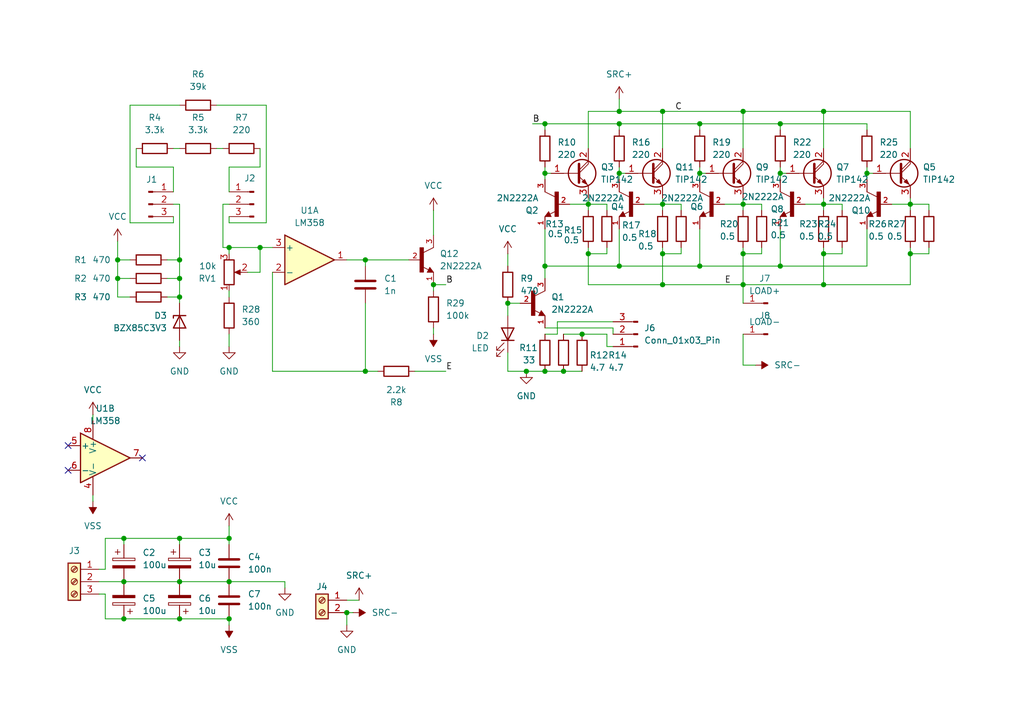
<source format=kicad_sch>
(kicad_sch (version 20250114) (generator "eeschema") (generator_version "9.0")
  (paper "A5")
  (title_block (title "Prueba Placa de Potencia") (date "2025-10-14") (rev "V1"))
  (lib_symbols
    (symbol "2N2222A:2N2222A" (pin_names (offset 1.016))
      (property "Reference" "Q" (at -10.16 7.62 0))
      (property "Value" "2N2222A" (at -10.16 -7.62 0))
      (symbol "2N2222A_0_0"
        (pin passive line (at -2.54 0 0) (length 2.54) (name "~") (number "2"))
        (pin passive line (at 2.54 5.08 270) (length 2.54) (name "~") (number "3"))
        (pin passive line (at 2.54 -5.08 90) (length 2.54) (name "~") (number "1"))
      )
    )
    (symbol "Amplifier_Operational:LM358" (pin_names (offset 0.127))
      (property "Reference" "U" (at 0 5.08 0))
      (property "Value" "LM358" (at 0 -5.08 0))
      (symbol "LM358_1_1"
        (pin input line (at -7.62 2.54 0) (length 2.54) (name "+") (number "3"))
        (pin input line (at -7.62 -2.54 0) (length 2.54) (name "-") (number "2"))
        (pin output line (at 7.62 0 180) (length 2.54) (name "~") (number "1"))
      )
      (symbol "LM358_2_1"
        (pin input line (at -7.62 2.54 0) (length 2.54) (name "+") (number "5"))
        (pin input line (at -7.62 -2.54 0) (length 2.54) (name "-") (number "6"))
        (pin output line (at 7.62 0 180) (length 2.54) (name "~") (number "7"))
      )
      (symbol "LM358_3_1"
        (pin power_in line (at -2.54 7.62 270) (length 3.81) (name "V+") (number "8"))
        (pin power_in line (at -2.54 -7.62 90) (length 3.81) (name "V-") (number "4"))
      )
    )
    (symbol "Connector:Conn_01x01_Pin" (pin_names (offset 1.016) (hide yes))
      (property "Reference" "J" (at 0 2.54 0))
      (property "Value" "Conn_01x01_Pin" (at 0 -2.54 0))
      (symbol "Conn_01x01_Pin_1_1"
        (pin passive line (at 5.08 0 180) (length 3.81) (name "Pin_1") (number "1"))
      )
    )
    (symbol "Connector:Conn_01x03_Pin" (pin_names (offset 1.016) (hide yes))
      (property "Reference" "J" (at 0 5.08 0))
      (property "Value" "Conn_01x03_Pin" (at 0 -5.08 0))
      (symbol "Conn_01x03_Pin_1_1"
        (pin passive line (at 5.08 2.54 180) (length 3.81) (name "Pin_1") (number "1"))
        (pin passive line (at 5.08 0 180) (length 3.81) (name "Pin_2") (number "2"))
        (pin passive line (at 5.08 -2.54 180) (length 3.81) (name "Pin_3") (number "3"))
      )
    )
    (symbol "Connector:Screw_Terminal_01x02" (pin_names (offset 1.016) (hide yes))
      (property "Reference" "J" (at 0 2.54 0))
      (property "Value" "Screw_Terminal_01x02" (at 0 -5.08 0))
      (symbol "Screw_Terminal_01x02_1_1"
        (pin passive line (at -5.08 0 0) (length 3.81) (name "Pin_1") (number "1"))
        (pin passive line (at -5.08 -2.54 0) (length 3.81) (name "Pin_2") (number "2"))
      )
    )
    (symbol "Connector:Screw_Terminal_01x03" (pin_names (offset 1.016) (hide yes))
      (property "Reference" "J" (at 0 5.08 0))
      (property "Value" "Screw_Terminal_01x03" (at 0 -5.08 0))
      (symbol "Screw_Terminal_01x03_1_1"
        (pin passive line (at -5.08 2.54 0) (length 3.81) (name "Pin_1") (number "1"))
        (pin passive line (at -5.08 0 0) (length 3.81) (name "Pin_2") (number "2"))
        (pin passive line (at -5.08 -2.54 0) (length 3.81) (name "Pin_3") (number "3"))
      )
    )
    (symbol "Device:C" (pin_numbers (hide yes)) (pin_names (offset 0.254))
      (property "Reference" "C" (at 0.635 2.54 0))
      (property "Value" "C" (at 0.635 -2.54 0))
      (symbol "C_1_1"
        (pin passive line (at 0 3.81 270) (length 2.794) (name "~") (number "1"))
        (pin passive line (at 0 -3.81 90) (length 2.794) (name "~") (number "2"))
      )
    )
    (symbol "Device:C_Polarized" (pin_numbers (hide yes)) (pin_names (offset 0.254))
      (property "Reference" "C" (at 0.635 2.54 0))
      (property "Value" "C_Polarized" (at 0.635 -2.54 0))
      (symbol "C_Polarized_1_1"
        (pin passive line (at 0 3.81 270) (length 2.794) (name "~") (number "1"))
        (pin passive line (at 0 -3.81 90) (length 2.794) (name "~") (number "2"))
      )
    )
    (symbol "Device:D_Zener" (pin_numbers (hide yes)) (pin_names (offset 1.016) (hide yes))
      (property "Reference" "D" (at 0 2.54 0))
      (property "Value" "D_Zener" (at 0 -2.54 0))
      (symbol "D_Zener_1_1"
        (pin passive line (at -3.81 0 0) (length 2.54) (name "K") (number "1"))
        (pin passive line (at 3.81 0 180) (length 2.54) (name "A") (number "2"))
      )
    )
    (symbol "Device:LED" (pin_numbers (hide yes)) (pin_names (offset 1.016) (hide yes))
      (property "Reference" "D" (at 0 2.54 0))
      (property "Value" "LED" (at 0 -2.54 0))
      (symbol "LED_1_1"
        (pin passive line (at -3.81 0 0) (length 2.54) (name "K") (number "1"))
        (pin passive line (at 3.81 0 180) (length 2.54) (name "A") (number "2"))
      )
    )
    (symbol "Device:R" (pin_numbers (hide yes)) (pin_names (offset 0))
      (property "Reference" "R" (at 2.032 0 90))
      (property "Value" "R" (at 0 0 90))
      (symbol "R_1_1"
        (pin passive line (at 0 3.81 270) (length 1.27) (name "~") (number "1"))
        (pin passive line (at 0 -3.81 90) (length 1.27) (name "~") (number "2"))
      )
    )
    (symbol "Device:R_Potentiometer" (pin_names (offset 1.016) (hide yes))
      (property "Reference" "RV" (at -4.445 0 90))
      (property "Value" "R_Potentiometer" (at -2.54 0 90))
      (symbol "R_Potentiometer_1_1"
        (pin passive line (at 0 3.81 270) (length 1.27) (name "1") (number "1"))
        (pin passive line (at 0 -3.81 90) (length 1.27) (name "3") (number "3"))
        (pin passive line (at 3.81 0 180) (length 1.27) (name "2") (number "2"))
      )
    )
    (symbol "Transistor_BJT:Q_NPN_Darlington_BCE" (pin_names (offset 0) (hide yes))
      (property "Reference" "Q" (at 4.572 1.27 0))
      (property "Value" "Q_NPN_Darlington_BCE" (at 4.572 -1.27 0))
      (symbol "Q_NPN_Darlington_BCE_1_1"
        (pin input line (at -5.08 0 0) (length 2.54) (name "B") (number "1"))
        (pin passive line (at 2.54 5.08 270) (length 2.54) (name "C") (number "2"))
        (pin passive line (at 2.54 -5.08 90) (length 2.54) (name "E") (number "3"))
      )
    )
    (symbol "power:GND" (power) (pin_numbers (hide yes)) (pin_names (offset 0) (hide yes))
      (property "Value" "GND" (at 0 -3.81 0))
      (symbol "GND_1_1"
        (pin power_in line (at 0 0 270) (length 0) (name "~") (number "1"))
      )
    )
    (symbol "power:PRI_HI" (power) (pin_numbers (hide yes)) (pin_names (offset 0) (hide yes))
      (property "Value" "PRI_HI" (at 0 3.556 0))
      (symbol "PRI_HI_1_1"
        (pin power_in line (at 0 0 90) (length 0) (name "~") (number "1"))
      )
    )
    (symbol "power:PRI_LO" (power) (pin_numbers (hide yes)) (pin_names (offset 0) (hide yes))
      (property "Value" "PRI_LO" (at 0 3.556 0))
      (symbol "PRI_LO_1_1"
        (pin power_in line (at 0 0 90) (length 0) (name "~") (number "1"))
      )
    )
    (symbol "power:VCC" (power) (pin_numbers (hide yes)) (pin_names (offset 0) (hide yes))
      (property "Value" "VCC" (at 0 3.556 0))
      (symbol "VCC_1_1"
        (pin power_in line (at 0 0 90) (length 0) (name "~") (number "1"))
      )
    )
    (symbol "power:VSS" (power) (pin_numbers (hide yes)) (pin_names (offset 0) (hide yes))
      (property "Value" "VSS" (at 0 3.556 0))
      (symbol "VSS_1_1"
        (pin power_in line (at 0 0 90) (length 0) (name "~") (number "1"))
      )
    )
  )
  (junction (at 120.65 52.07))
  (junction (at 143.51 25.4))
  (junction (at 168.91 58.42))
  (junction (at 24.13 53.34))
  (junction (at 53.34 50.8))
  (junction (at 135.89 52.07))
  (junction (at 36.83 53.34))
  (junction (at 36.83 110.49))
  (junction (at 36.83 57.15))
  (junction (at 46.99 110.49))
  (junction (at 107.95 76.2))
  (junction (at 152.4 58.42))
  (junction (at 127 25.4))
  (junction (at 168.91 22.86))
  (junction (at 111.76 25.4))
  (junction (at 168.91 41.91))
  (junction (at 152.4 52.07))
  (junction (at 111.76 54.61))
  (junction (at 152.4 22.86))
  (junction (at 160.02 54.61))
  (junction (at 25.4 119.38))
  (junction (at 177.8 35.56))
  (junction (at 152.4 41.91))
  (junction (at 111.76 35.56))
  (junction (at 120.65 41.91))
  (junction (at 88.9 58.42))
  (junction (at 127 22.86))
  (junction (at 186.69 41.91))
  (junction (at 127 35.56))
  (junction (at 143.51 54.61))
  (junction (at 46.99 119.38))
  (junction (at 36.83 127))
  (junction (at 143.51 35.56))
  (junction (at 71.12 125.73))
  (junction (at 74.93 53.34))
  (junction (at 36.83 119.38))
  (junction (at 46.99 127))
  (junction (at 115.57 76.2))
  (junction (at 104.14 62.23))
  (junction (at 168.91 52.07))
  (junction (at 127 54.61))
  (junction (at 119.38 68.58))
  (junction (at 74.93 76.2))
  (junction (at 46.99 50.8))
  (junction (at 25.4 110.49))
  (junction (at 36.83 60.96))
  (junction (at 111.76 76.2))
  (junction (at 160.02 35.56))
  (junction (at 24.13 57.15))
  (junction (at 160.02 25.4))
  (junction (at 135.89 22.86))
  (junction (at 135.89 41.91))
  (junction (at 186.69 52.07))
  (junction (at 135.89 58.42))
  (junction (at 25.4 127))
  (no_connect (at 29.21 93.98))
  (no_connect (at 13.97 96.52))
  (no_connect (at 13.97 91.44))
  (wire (pts (xy 46.99 34.29) (xy 46.99 39.37)))
  (wire (pts (xy 71.12 125.73) (xy 71.12 128.27)))
  (wire (pts (xy 21.59 121.92) (xy 21.59 127)))
  (wire (pts (xy 19.05 101.6) (xy 19.05 102.87)))
  (wire (pts (xy 111.76 54.61) (xy 111.76 57.15)))
  (wire (pts (xy 143.51 46.99) (xy 143.51 54.61)))
  (wire (pts (xy 25.4 119.38) (xy 36.83 119.38)))
  (wire (pts (xy 24.13 53.34) (xy 26.67 53.34)))
  (wire (pts (xy 46.99 127) (xy 36.83 127)))
  (wire (pts (xy 120.65 52.07) (xy 120.65 58.42)))
  (wire (pts (xy 36.83 110.49) (xy 36.83 111.76)))
  (wire (pts (xy 177.8 46.99) (xy 177.8 54.61)))
  (wire (pts (xy 111.76 68.58) (xy 114.3 68.58)))
  (wire (pts (xy 55.88 55.88) (xy 55.88 76.2)))
  (wire (pts (xy 24.13 57.15) (xy 24.13 60.96)))
  (wire (pts (xy 139.7 50.8) (xy 139.7 52.07)))
  (wire (pts (xy 177.8 35.56) (xy 179.07 35.56)))
  (wire (pts (xy 172.72 52.07) (xy 168.91 52.07)))
  (wire (pts (xy 168.91 52.07) (xy 168.91 50.8)))
  (wire (pts (xy 186.69 52.07) (xy 186.69 58.42)))
  (wire (pts (xy 127 35.56) (xy 128.27 35.56)))
  (wire (pts (xy 46.99 50.8) (xy 46.99 52.07)))
  (wire (pts (xy 186.69 41.91) (xy 190.5 41.91)))
  (wire (pts (xy 26.67 21.59) (xy 26.67 45.72)))
  (wire (pts (xy 19.05 85.09) (xy 19.05 86.36)))
  (wire (pts (xy 160.02 34.29) (xy 160.02 35.56)))
  (wire (pts (xy 21.59 116.84) (xy 20.32 116.84)))
  (wire (pts (xy 54.61 21.59) (xy 54.61 45.72)))
  (wire (pts (xy 186.69 22.86) (xy 186.69 30.48)))
  (wire (pts (xy 120.65 41.91) (xy 124.46 41.91)))
  (wire (pts (xy 124.46 71.12) (xy 125.73 71.12)))
  (wire (pts (xy 25.4 110.49) (xy 36.83 110.49)))
  (wire (pts (xy 135.89 41.91) (xy 139.7 41.91)))
  (wire (pts (xy 127 25.4) (xy 127 26.67)))
  (wire (pts (xy 74.93 53.34) (xy 74.93 54.61)))
  (wire (pts (xy 152.4 40.64) (xy 152.4 41.91)))
  (wire (pts (xy 36.83 41.91) (xy 35.56 41.91)))
  (wire (pts (xy 186.69 41.91) (xy 186.69 43.18)))
  (wire (pts (xy 160.02 46.99) (xy 160.02 54.61)))
  (wire (pts (xy 46.99 119.38) (xy 58.42 119.38)))
  (wire (pts (xy 127 34.29) (xy 127 35.56)))
  (wire (pts (xy 74.93 76.2) (xy 77.47 76.2)))
  (wire (pts (xy 104.14 72.39) (xy 104.14 76.2)))
  (wire (pts (xy 135.89 40.64) (xy 135.89 41.91)))
  (wire (pts (xy 35.56 39.37) (xy 35.56 34.29)))
  (wire (pts (xy 116.84 41.91) (xy 120.65 41.91)))
  (wire (pts (xy 186.69 52.07) (xy 186.69 50.8)))
  (wire (pts (xy 177.8 35.56) (xy 177.8 36.83)))
  (wire (pts (xy 152.4 52.07) (xy 152.4 50.8)))
  (wire (pts (xy 120.65 52.07) (xy 120.65 50.8)))
  (wire (pts (xy 109.22 25.4) (xy 111.76 25.4)))
  (wire (pts (xy 143.51 54.61) (xy 160.02 54.61)))
  (wire (pts (xy 190.5 41.91) (xy 190.5 43.18)))
  (wire (pts (xy 111.76 46.99) (xy 111.76 54.61)))
  (wire (pts (xy 88.9 68.58) (xy 88.9 67.31)))
  (wire (pts (xy 44.45 21.59) (xy 54.61 21.59)))
  (wire (pts (xy 143.51 35.56) (xy 143.51 36.83)))
  (wire (pts (xy 58.42 119.38) (xy 58.42 120.65)))
  (wire (pts (xy 111.76 35.56) (xy 113.03 35.56)))
  (wire (pts (xy 120.65 22.86) (xy 127 22.86)))
  (wire (pts (xy 111.76 76.2) (xy 115.57 76.2)))
  (wire (pts (xy 111.76 25.4) (xy 111.76 26.67)))
  (wire (pts (xy 156.21 41.91) (xy 156.21 43.18)))
  (wire (pts (xy 27.94 30.48) (xy 27.94 34.29)))
  (wire (pts (xy 53.34 50.8) (xy 55.88 50.8)))
  (wire (pts (xy 135.89 22.86) (xy 135.89 30.48)))
  (wire (pts (xy 21.59 127) (xy 25.4 127)))
  (wire (pts (xy 120.65 40.64) (xy 120.65 41.91)))
  (wire (pts (xy 139.7 41.91) (xy 139.7 43.18)))
  (wire (pts (xy 26.67 45.72) (xy 35.56 45.72)))
  (wire (pts (xy 124.46 50.8) (xy 124.46 52.07)))
  (wire (pts (xy 143.51 34.29) (xy 143.51 35.56)))
  (wire (pts (xy 135.89 41.91) (xy 135.89 43.18)))
  (wire (pts (xy 143.51 25.4) (xy 160.02 25.4)))
  (wire (pts (xy 50.8 55.88) (xy 53.34 55.88)))
  (wire (pts (xy 132.08 41.91) (xy 135.89 41.91)))
  (wire (pts (xy 165.1 41.91) (xy 168.91 41.91)))
  (wire (pts (xy 152.4 22.86) (xy 152.4 30.48)))
  (wire (pts (xy 36.83 21.59) (xy 26.67 21.59)))
  (wire (pts (xy 160.02 25.4) (xy 160.02 26.67)))
  (wire (pts (xy 120.65 22.86) (xy 120.65 30.48)))
  (wire (pts (xy 45.72 50.8) (xy 46.99 50.8)))
  (wire (pts (xy 135.89 22.86) (xy 127 22.86)))
  (wire (pts (xy 104.14 52.07) (xy 104.14 54.61)))
  (wire (pts (xy 177.8 25.4) (xy 177.8 26.67)))
  (wire (pts (xy 107.95 76.2) (xy 104.14 76.2)))
  (wire (pts (xy 35.56 30.48) (xy 36.83 30.48)))
  (wire (pts (xy 46.99 68.58) (xy 46.99 71.12)))
  (wire (pts (xy 115.57 76.2) (xy 119.38 76.2)))
  (wire (pts (xy 74.93 53.34) (xy 71.12 53.34)))
  (wire (pts (xy 127 20.32) (xy 127 22.86)))
  (wire (pts (xy 24.13 49.53) (xy 24.13 53.34)))
  (wire (pts (xy 88.9 58.42) (xy 91.44 58.42)))
  (wire (pts (xy 25.4 110.49) (xy 25.4 111.76)))
  (wire (pts (xy 114.3 66.04) (xy 125.73 66.04)))
  (wire (pts (xy 127 35.56) (xy 127 36.83)))
  (wire (pts (xy 168.91 41.91) (xy 168.91 43.18)))
  (wire (pts (xy 36.83 119.38) (xy 46.99 119.38)))
  (wire (pts (xy 20.32 119.38) (xy 25.4 119.38)))
  (wire (pts (xy 127 25.4) (xy 111.76 25.4)))
  (wire (pts (xy 36.83 69.85) (xy 36.83 71.12)))
  (wire (pts (xy 152.4 58.42) (xy 168.91 58.42)))
  (wire (pts (xy 168.91 40.64) (xy 168.91 41.91)))
  (wire (pts (xy 124.46 41.91) (xy 124.46 43.18)))
  (wire (pts (xy 46.99 107.95) (xy 46.99 110.49)))
  (wire (pts (xy 34.29 60.96) (xy 36.83 60.96)))
  (wire (pts (xy 172.72 50.8) (xy 172.72 52.07)))
  (wire (pts (xy 35.56 45.72) (xy 35.56 44.45)))
  (wire (pts (xy 111.76 35.56) (xy 111.76 36.83)))
  (wire (pts (xy 25.4 127) (xy 36.83 127)))
  (wire (pts (xy 74.93 53.34) (xy 83.82 53.34)))
  (wire (pts (xy 46.99 127) (xy 46.99 128.27)))
  (wire (pts (xy 24.13 57.15) (xy 26.67 57.15)))
  (wire (pts (xy 143.51 35.56) (xy 144.78 35.56)))
  (wire (pts (xy 111.76 34.29) (xy 111.76 35.56)))
  (wire (pts (xy 190.5 52.07) (xy 186.69 52.07)))
  (wire (pts (xy 152.4 22.86) (xy 168.91 22.86)))
  (wire (pts (xy 152.4 52.07) (xy 152.4 58.42)))
  (wire (pts (xy 46.99 110.49) (xy 46.99 111.76)))
  (wire (pts (xy 88.9 59.69) (xy 88.9 58.42)))
  (wire (pts (xy 115.57 68.58) (xy 119.38 68.58)))
  (wire (pts (xy 152.4 58.42) (xy 152.4 62.23)))
  (wire (pts (xy 71.12 125.73) (xy 72.39 125.73)))
  (wire (pts (xy 168.91 22.86) (xy 168.91 30.48)))
  (wire (pts (xy 154.94 74.93) (xy 152.4 74.93)))
  (wire (pts (xy 120.65 41.91) (xy 120.65 43.18)))
  (wire (pts (xy 46.99 50.8) (xy 53.34 50.8)))
  (wire (pts (xy 53.34 30.48) (xy 53.34 34.29)))
  (wire (pts (xy 135.89 58.42) (xy 152.4 58.42)))
  (wire (pts (xy 46.99 59.69) (xy 46.99 60.96)))
  (wire (pts (xy 160.02 35.56) (xy 160.02 36.83)))
  (wire (pts (xy 182.88 41.91) (xy 186.69 41.91)))
  (wire (pts (xy 55.88 76.2) (xy 74.93 76.2)))
  (wire (pts (xy 34.29 57.15) (xy 36.83 57.15)))
  (wire (pts (xy 71.12 123.19) (xy 73.66 123.19)))
  (wire (pts (xy 88.9 43.18) (xy 88.9 48.26)))
  (wire (pts (xy 45.72 41.91) (xy 45.72 50.8)))
  (wire (pts (xy 54.61 45.72) (xy 46.99 45.72)))
  (wire (pts (xy 124.46 68.58) (xy 124.46 71.12)))
  (wire (pts (xy 156.21 52.07) (xy 152.4 52.07)))
  (wire (pts (xy 168.91 41.91) (xy 172.72 41.91)))
  (wire (pts (xy 124.46 52.07) (xy 120.65 52.07)))
  (wire (pts (xy 24.13 53.34) (xy 24.13 57.15)))
  (wire (pts (xy 46.99 110.49) (xy 36.83 110.49)))
  (wire (pts (xy 127 46.99) (xy 127 54.61)))
  (wire (pts (xy 20.32 121.92) (xy 21.59 121.92)))
  (wire (pts (xy 114.3 68.58) (xy 114.3 66.04)))
  (wire (pts (xy 46.99 45.72) (xy 46.99 44.45)))
  (wire (pts (xy 21.59 110.49) (xy 21.59 116.84)))
  (wire (pts (xy 36.83 53.34) (xy 36.83 57.15)))
  (wire (pts (xy 156.21 50.8) (xy 156.21 52.07)))
  (wire (pts (xy 168.91 52.07) (xy 168.91 58.42)))
  (wire (pts (xy 111.76 54.61) (xy 127 54.61)))
  (wire (pts (xy 21.59 110.49) (xy 25.4 110.49)))
  (wire (pts (xy 135.89 22.86) (xy 152.4 22.86)))
  (wire (pts (xy 74.93 62.23) (xy 74.93 76.2)))
  (wire (pts (xy 53.34 55.88) (xy 53.34 50.8)))
  (wire (pts (xy 34.29 53.34) (xy 36.83 53.34)))
  (wire (pts (xy 160.02 35.56) (xy 161.29 35.56)))
  (wire (pts (xy 91.44 76.2) (xy 85.09 76.2)))
  (wire (pts (xy 177.8 34.29) (xy 177.8 35.56)))
  (wire (pts (xy 172.72 41.91) (xy 172.72 43.18)))
  (wire (pts (xy 152.4 41.91) (xy 156.21 41.91)))
  (wire (pts (xy 143.51 25.4) (xy 143.51 26.67)))
  (wire (pts (xy 36.83 57.15) (xy 36.83 60.96)))
  (wire (pts (xy 44.45 30.48) (xy 45.72 30.48)))
  (wire (pts (xy 24.13 60.96) (xy 26.67 60.96)))
  (wire (pts (xy 120.65 58.42) (xy 135.89 58.42)))
  (wire (pts (xy 35.56 34.29) (xy 27.94 34.29)))
  (wire (pts (xy 143.51 25.4) (xy 127 25.4)))
  (wire (pts (xy 143.51 54.61) (xy 127 54.61)))
  (wire (pts (xy 36.83 60.96) (xy 36.83 62.23)))
  (wire (pts (xy 186.69 40.64) (xy 186.69 41.91)))
  (wire (pts (xy 152.4 41.91) (xy 152.4 43.18)))
  (wire (pts (xy 148.59 41.91) (xy 152.4 41.91)))
  (wire (pts (xy 104.14 62.23) (xy 104.14 64.77)))
  (wire (pts (xy 168.91 22.86) (xy 186.69 22.86)))
  (wire (pts (xy 160.02 54.61) (xy 177.8 54.61)))
  (wire (pts (xy 160.02 25.4) (xy 177.8 25.4)))
  (wire (pts (xy 111.76 67.31) (xy 125.73 67.31)))
  (wire (pts (xy 36.83 41.91) (xy 36.83 53.34)))
  (wire (pts (xy 139.7 52.07) (xy 135.89 52.07)))
  (wire (pts (xy 45.72 41.91) (xy 46.99 41.91)))
  (wire (pts (xy 135.89 52.07) (xy 135.89 58.42)))
  (wire (pts (xy 190.5 50.8) (xy 190.5 52.07)))
  (wire (pts (xy 135.89 52.07) (xy 135.89 50.8)))
  (wire (pts (xy 152.4 68.58) (xy 152.4 74.93)))
  (wire (pts (xy 119.38 68.58) (xy 124.46 68.58)))
  (wire (pts (xy 125.73 67.31) (xy 125.73 68.58)))
  (wire (pts (xy 168.91 58.42) (xy 186.69 58.42)))
  (wire (pts (xy 107.95 76.2) (xy 111.76 76.2)))
  (wire (pts (xy 53.34 34.29) (xy 46.99 34.29)))
  (wire (pts (xy 104.14 62.23) (xy 106.68 62.23)))
  (label "E" (at 148.59 58.42 0))
  (label "B" (at 109.22 25.4 0))
  (label "B" (at 91.44 58.42 0))
  (label "E" (at 91.44 76.2 0))
  (label "C" (at 138.43 22.86 0))
  (symbol (lib_id "power:PRI_HI") (at 127 20.32 0) (unit 1)
    (property "Reference" "#PWR012" (effects (hide yes)))
    (property "Value" "SRC+" (at 127 15.24 0))
    (property "Description" "Power symbol creates a global label with name \"PRI_HI\"" (effects (hide yes)))
  )
  (symbol (lib_id "Device:R") (at 139.7 46.99 0) (unit 1)
    (property "Reference" "R18" (at 130.81 48.006 0) (effects (justify left)))
    (property "Value" "0.5" (at 130.81 50.546 0) (effects (justify left)))
    (property "Footprint" "Resistor_THT:R_Axial_DIN0309_L9.0mm_D3.2mm_P12.70mm_Horizontal" (effects (hide yes)))
    (property "Description" "Resistor" (effects (hide yes)))
  )
  (symbol (lib_id "Device:R") (at 111.76 30.48 0) (unit 1)
    (property "Reference" "R10" (at 114.3 29.2099 0) (effects (justify left)))
    (property "Value" "220" (at 114.3 31.7499 0) (effects (justify left)))
    (property "Footprint" "Resistor_THT:R_Axial_DIN0207_L6.3mm_D2.5mm_P7.62mm_Horizontal" (effects (hide yes)))
    (property "Description" "Resistor" (effects (hide yes)))
  )
  (symbol (lib_id "Device:R") (at 49.53 30.48 90) (unit 1)
    (property "Reference" "R7" (at 49.53 24.13 90))
    (property "Value" "220" (at 49.53 26.67 90))
    (property "Footprint" "Resistor_THT:R_Axial_DIN0207_L6.3mm_D2.5mm_P7.62mm_Horizontal" (effects (hide yes)))
    (property "Description" "Resistor" (effects (hide yes)))
  )
  (symbol (lib_id "Device:R") (at 168.91 46.99 0) (unit 1)
    (property "Reference" "R23" (at 163.83 45.974 0) (effects (justify left)))
    (property "Value" "0.5" (at 163.83 48.514 0) (effects (justify left)))
    (property "Footprint" "Resistor_THT:R_Axial_DIN0309_L9.0mm_D3.2mm_P12.70mm_Horizontal" (effects (hide yes)))
    (property "Description" "Resistor" (effects (hide yes)))
  )
  (symbol (lib_id "Device:R") (at 115.57 72.39 0) (unit 1)
    (property "Reference" "R12" (at 120.904 72.898 0) (effects (justify left)))
    (property "Value" "4.7" (at 120.904 75.438 0) (effects (justify left)))
    (property "Footprint" "Resistor_THT:R_Axial_DIN0207_L6.3mm_D2.5mm_P7.62mm_Horizontal" (effects (hide yes)))
    (property "Description" "Resistor" (effects (hide yes)))
  )
  (symbol (lib_id "power:GND") (at 58.42 120.65 0) (unit 1)
    (property "Reference" "#PWR08" (effects (hide yes)))
    (property "Value" "GND" (at 58.42 125.73 0))
    (property "Description" "Power symbol creates a global label with name \"GND\" , ground" (effects (hide yes)))
  )
  (symbol (lib_id "Device:R") (at 152.4 46.99 0) (unit 1)
    (property "Reference" "R20" (at 147.574 45.974 0) (effects (justify left)))
    (property "Value" "0.5" (at 147.574 48.514 0) (effects (justify left)))
    (property "Footprint" "Resistor_THT:R_Axial_DIN0309_L9.0mm_D3.2mm_P12.70mm_Horizontal" (effects (hide yes)))
    (property "Description" "Resistor" (effects (hide yes)))
  )
  (symbol (lib_id "2N2222A:2N2222A") (at 109.22 62.23 0) (unit 1)
    (property "Reference" "Q1" (at 113.03 60.9599 0) (effects (justify left)))
    (property "Value" "2N2222A" (at 113.03 63.4999 0) (effects (justify left)))
    (property "Footprint" "Package_TO_SOT_THT:TO-92L_Inline_Wide" (effects (hide yes)))
    (property "MF" "Diotec Semiconductor" (effects (hide yes)))
    (property "SNAPEDA_PACKAGE_ID" "121774" (effects (hide yes)))
    (property "Package" "TO-92 Diotec" (effects (hide yes)))
    (property "Price" "None" (effects (hide yes)))
    (property "Check_prices" "https://www.snapeda.com/parts/2N2222A/Diotec/view-part/?ref=eda" (effects (hide yes)))
    (property "STANDARD" "IPC 7351B" (effects (hide yes)))
    (property "PARTREV" "N/A" (effects (hide yes)))
    (property "SnapEDA_Link" "https://www.snapeda.com/parts/2N2222A/Diotec/view-part/?ref=snap" (effects (hide yes)))
    (property "MP" "2N2222A" (effects (hide yes)))
    (property "Description_1" "BJT, TO-92, 40V, 600mA, NPN, 0.625W, 150°C" (effects (hide yes)))
    (property "MANUFACTURER" "Diotec Semiconductor" (effects (hide yes)))
    (property "Availability" "In Stock" (effects (hide yes)))
    (property "MAXIMUM_PACKAGE_HEIGHT" "7.5 mm" (effects (hide yes)))
  )
  (symbol (lib_id "Device:R") (at 172.72 46.99 0) (unit 1)
    (property "Reference" "R24" (at 167.64 45.974 0) (effects (justify left)))
    (property "Value" "0.5" (at 167.64 48.514 0) (effects (justify left)))
    (property "Footprint" "Resistor_THT:R_Axial_DIN0309_L9.0mm_D3.2mm_P12.70mm_Horizontal" (effects (hide yes)))
    (property "Description" "Resistor" (effects (hide yes)))
  )
  (symbol (lib_id "Device:R") (at 160.02 30.48 0) (unit 1)
    (property "Reference" "R22" (at 162.56 29.2099 0) (effects (justify left)))
    (property "Value" "220" (at 162.56 31.7499 0) (effects (justify left)))
    (property "Footprint" "Resistor_THT:R_Axial_DIN0207_L6.3mm_D2.5mm_P7.62mm_Horizontal" (effects (hide yes)))
    (property "Description" "Resistor" (effects (hide yes)))
  )
  (symbol (lib_id "Connector:Screw_Terminal_01x02") (at 66.04 123.19 0) (mirror y) (unit 1)
    (property "Reference" "J4" (at 66.04 120.396 0))
    (property "Value" "Screw_Terminal_01x02" (effects (hide yes)))
    (property "Footprint" "TerminalBlock_MetzConnect:TerminalBlock_MetzConnect_Type055_RT01502HDWU_1x02_P5.00mm_Horizontal" (effects (hide yes)))
    (property "Description" "Generic screw terminal, single row, 01x02, script generated (kicad-library-utils/schlib/autogen/connector/)" (effects (hide yes)))
  )
  (symbol (lib_id "Device:R") (at 30.48 53.34 90) (unit 1)
    (property "Reference" "R1" (at 16.51 53.34 90))
    (property "Value" "470" (at 20.828 53.34 90))
    (property "Footprint" "Resistor_THT:R_Axial_DIN0207_L6.3mm_D2.5mm_P7.62mm_Horizontal" (effects (hide yes)))
    (property "Description" "Resistor" (effects (hide yes)))
  )
  (symbol (lib_id "Device:R") (at 190.5 46.99 0) (unit 1)
    (property "Reference" "R27" (at 181.864 45.974 0) (effects (justify left)))
    (property "Value" "0.5" (at 181.864 48.514 0) (effects (justify left)))
    (property "Footprint" "Resistor_THT:R_Axial_DIN0309_L9.0mm_D3.2mm_P12.70mm_Horizontal" (effects (hide yes)))
    (property "Description" "Resistor" (effects (hide yes)))
  )
  (symbol (lib_id "power:VSS") (at 19.05 102.87 180) (unit 1)
    (property "Reference" "#PWR04" (effects (hide yes)))
    (property "Value" "VSS" (at 19.05 107.95 0))
    (property "Description" "Power symbol creates a global label with name \"VSS\"" (effects (hide yes)))
  )
  (symbol (lib_id "Device:LED") (at 104.14 68.58 270) (mirror x) (unit 1)
    (property "Reference" "D2" (at 100.33 68.8974 90) (effects (justify right)))
    (property "Value" "LED" (at 100.33 71.4374 90) (effects (justify right)))
    (property "Footprint" "LED_THT:LED_D3.0mm" (effects (hide yes)))
    (property "Description" "Light emitting diode" (effects (hide yes)))
    (property "Sim.Pins" "1=K 2=A" (effects (hide yes)))
  )
  (symbol (lib_id "power:VSS") (at 46.99 128.27 180) (unit 1)
    (property "Reference" "#PWR015" (effects (hide yes)))
    (property "Value" "VSS" (at 46.99 133.35 0))
    (property "Description" "Power symbol creates a global label with name \"VSS\"" (effects (hide yes)))
  )
  (symbol (lib_id "power:VCC") (at 46.99 107.95 0) (unit 1)
    (property "Reference" "#PWR09" (effects (hide yes)))
    (property "Value" "VCC" (at 46.99 102.87 0))
    (property "Description" "Power symbol creates a global label with name \"VCC\"" (effects (hide yes)))
  )
  (symbol (lib_id "Connector:Conn_01x03_Pin") (at 52.07 41.91 0) (mirror y) (unit 1)
    (property "Reference" "J2" (at 50.038 36.576 0) (effects (justify right)))
    (property "Value" "Conn_01x03_Pin" (effects (hide yes)))
    (property "Footprint" "Connector_PinHeader_2.54mm:PinHeader_1x03_P2.54mm_Vertical" (effects (hide yes)))
    (property "Description" "Generic connector, single row, 01x03, script generated" (effects (hide yes)))
  )
  (symbol (lib_id "2N2222A:2N2222A") (at 162.56 41.91 0) (mirror y) (unit 1)
    (property "Reference" "Q8" (at 160.782 42.926 0) (effects (justify left)))
    (property "Value" "2N2222A" (at 160.782 40.386 0) (effects (justify left)))
    (property "Footprint" "Package_TO_SOT_THT:TO-92L_Inline_Wide" (effects (hide yes)))
    (property "MF" "Diotec Semiconductor" (effects (hide yes)))
    (property "SNAPEDA_PACKAGE_ID" "121774" (effects (hide yes)))
    (property "Package" "TO-92 Diotec" (effects (hide yes)))
    (property "Price" "None" (effects (hide yes)))
    (property "Check_prices" "https://www.snapeda.com/parts/2N2222A/Diotec/view-part/?ref=eda" (effects (hide yes)))
    (property "STANDARD" "IPC 7351B" (effects (hide yes)))
    (property "PARTREV" "N/A" (effects (hide yes)))
    (property "SnapEDA_Link" "https://www.snapeda.com/parts/2N2222A/Diotec/view-part/?ref=snap" (effects (hide yes)))
    (property "MP" "2N2222A" (effects (hide yes)))
    (property "Description_1" "BJT, TO-92, 40V, 600mA, NPN, 0.625W, 150°C" (effects (hide yes)))
    (property "MANUFACTURER" "Diotec Semiconductor" (effects (hide yes)))
    (property "Availability" "In Stock" (effects (hide yes)))
    (property "MAXIMUM_PACKAGE_HEIGHT" "7.5 mm" (effects (hide yes)))
  )
  (symbol (lib_id "Device:R") (at 46.99 64.77 0) (unit 1)
    (property "Reference" "R28" (at 49.53 63.4999 0) (effects (justify left)))
    (property "Value" "360" (at 49.53 66.0399 0) (effects (justify left)))
    (property "Footprint" "Resistor_THT:R_Axial_DIN0207_L6.3mm_D2.5mm_P7.62mm_Horizontal" (effects (hide yes)))
    (property "Description" "Resistor" (effects (hide yes)))
  )
  (symbol (lib_id "2N2222A:2N2222A") (at 86.36 53.34 0) (unit 1)
    (property "Reference" "Q12" (at 90.17 52.0699 0) (effects (justify left)))
    (property "Value" "2N2222A" (at 90.17 54.6099 0) (effects (justify left)))
    (property "Footprint" "Package_TO_SOT_THT:TO-92L_Inline_Wide" (effects (hide yes)))
    (property "MF" "Diotec Semiconductor" (effects (hide yes)))
    (property "SNAPEDA_PACKAGE_ID" "121774" (effects (hide yes)))
    (property "Package" "TO-92 Diotec" (effects (hide yes)))
    (property "Price" "None" (effects (hide yes)))
    (property "Check_prices" "https://www.snapeda.com/parts/2N2222A/Diotec/view-part/?ref=eda" (effects (hide yes)))
    (property "STANDARD" "IPC 7351B" (effects (hide yes)))
    (property "PARTREV" "N/A" (effects (hide yes)))
    (property "SnapEDA_Link" "https://www.snapeda.com/parts/2N2222A/Diotec/view-part/?ref=snap" (effects (hide yes)))
    (property "MP" "2N2222A" (effects (hide yes)))
    (property "Description_1" "BJT, TO-92, 40V, 600mA, NPN, 0.625W, 150°C" (effects (hide yes)))
    (property "MANUFACTURER" "Diotec Semiconductor" (effects (hide yes)))
    (property "Availability" "In Stock" (effects (hide yes)))
    (property "MAXIMUM_PACKAGE_HEIGHT" "7.5 mm" (effects (hide yes)))
  )
  (symbol (lib_id "Device:R") (at 30.48 60.96 90) (unit 1)
    (property "Reference" "R3" (at 16.51 60.96 90))
    (property "Value" "470" (at 20.828 60.96 90))
    (property "Footprint" "Resistor_THT:R_Axial_DIN0207_L6.3mm_D2.5mm_P7.62mm_Horizontal" (effects (hide yes)))
    (property "Description" "Resistor" (effects (hide yes)))
  )
  (symbol (lib_id "2N2222A:2N2222A") (at 146.05 41.91 0) (mirror y) (unit 1)
    (property "Reference" "Q6" (at 144.272 42.418 0) (effects (justify left)))
    (property "Value" "2N2222A" (at 144.272 40.64 0) (effects (justify left)))
    (property "Footprint" "Package_TO_SOT_THT:TO-92L_Inline_Wide" (effects (hide yes)))
    (property "MF" "Diotec Semiconductor" (effects (hide yes)))
    (property "SNAPEDA_PACKAGE_ID" "121774" (effects (hide yes)))
    (property "Package" "TO-92 Diotec" (effects (hide yes)))
    (property "Price" "None" (effects (hide yes)))
    (property "Check_prices" "https://www.snapeda.com/parts/2N2222A/Diotec/view-part/?ref=eda" (effects (hide yes)))
    (property "STANDARD" "IPC 7351B" (effects (hide yes)))
    (property "PARTREV" "N/A" (effects (hide yes)))
    (property "SnapEDA_Link" "https://www.snapeda.com/parts/2N2222A/Diotec/view-part/?ref=snap" (effects (hide yes)))
    (property "MP" "2N2222A" (effects (hide yes)))
    (property "Description_1" "BJT, TO-92, 40V, 600mA, NPN, 0.625W, 150°C" (effects (hide yes)))
    (property "MANUFACTURER" "Diotec Semiconductor" (effects (hide yes)))
    (property "Availability" "In Stock" (effects (hide yes)))
    (property "MAXIMUM_PACKAGE_HEIGHT" "7.5 mm" (effects (hide yes)))
  )
  (symbol (lib_id "power:PRI_HI") (at 73.66 123.19 0) (unit 1)
    (property "Reference" "#PWR05" (effects (hide yes)))
    (property "Value" "SRC+" (at 73.66 118.11 0))
    (property "Description" "Power symbol creates a global label with name \"PRI_HI\"" (effects (hide yes)))
  )
  (symbol (lib_id "Transistor_BJT:Q_NPN_Darlington_BCE") (at 149.86 35.56 0) (unit 1)
    (property "Reference" "Q9" (at 154.94 34.2899 0) (effects (justify left)))
    (property "Value" "TIP142" (at 154.94 36.8299 0) (effects (justify left)))
    (property "Footprint" "Package_TO_SOT_THT:TO-247-3_Vertical" (effects (hide yes)))
    (property "Description" "NPN Darlington transistor, base/collector/emitter" (effects (hide yes)))
  )
  (symbol (lib_id "Device:R") (at 104.14 58.42 0) (unit 1)
    (property "Reference" "R9" (at 106.68 57.1499 0) (effects (justify left)))
    (property "Value" "470" (at 106.68 59.6899 0) (effects (justify left)))
    (property "Footprint" "Resistor_THT:R_Axial_DIN0207_L6.3mm_D2.5mm_P7.62mm_Horizontal" (effects (hide yes)))
    (property "Description" "Resistor" (effects (hide yes)))
  )
  (symbol (lib_id "Device:R") (at 143.51 30.48 0) (unit 1)
    (property "Reference" "R19" (at 146.05 29.2099 0) (effects (justify left)))
    (property "Value" "220" (at 146.05 31.7499 0) (effects (justify left)))
    (property "Footprint" "Resistor_THT:R_Axial_DIN0207_L6.3mm_D2.5mm_P7.62mm_Horizontal" (effects (hide yes)))
    (property "Description" "Resistor" (effects (hide yes)))
  )
  (symbol (lib_id "power:GND") (at 46.99 71.12 0) (unit 1)
    (property "Reference" "#PWR02" (effects (hide yes)))
    (property "Value" "GND" (at 46.99 76.2 0))
    (property "Description" "Power symbol creates a global label with name \"GND\" , ground" (effects (hide yes)))
  )
  (symbol (lib_id "Device:R") (at 31.75 30.48 90) (unit 1)
    (property "Reference" "R4" (at 31.75 24.13 90))
    (property "Value" "3.3k" (at 31.75 26.67 90))
    (property "Footprint" "Resistor_THT:R_Axial_DIN0207_L6.3mm_D2.5mm_P7.62mm_Horizontal" (effects (hide yes)))
    (property "Description" "Resistor" (effects (hide yes)))
  )
  (symbol (lib_id "Transistor_BJT:Q_NPN_Darlington_BCE") (at 118.11 35.56 0) (unit 1)
    (property "Reference" "Q3" (at 123.19 34.2899 0) (effects (justify left)))
    (property "Value" "TIP142" (at 123.19 36.8299 0) (effects (justify left)))
    (property "Footprint" "Package_TO_SOT_THT:TO-247-3_Vertical" (effects (hide yes)))
    (property "Description" "NPN Darlington transistor, base/collector/emitter" (effects (hide yes)))
  )
  (symbol (lib_id "Device:R") (at 177.8 30.48 0) (unit 1)
    (property "Reference" "R25" (at 180.34 29.2099 0) (effects (justify left)))
    (property "Value" "220" (at 180.34 31.7499 0) (effects (justify left)))
    (property "Footprint" "Resistor_THT:R_Axial_DIN0207_L6.3mm_D2.5mm_P7.62mm_Horizontal" (effects (hide yes)))
    (property "Description" "Resistor" (effects (hide yes)))
  )
  (symbol (lib_id "Connector:Conn_01x01_Pin") (at 157.48 62.23 180) (unit 1)
    (property "Reference" "J7" (at 156.845 57.15 0))
    (property "Value" "LOAD+" (at 156.845 59.69 0))
    (property "Footprint" "MountingHole:MountingHole_4.3mm_M4_DIN965_Pad" (effects (hide yes)))
    (property "Description" "Generic connector, single row, 01x01, script generated" (effects (hide yes)))
  )
  (symbol (lib_id "Device:R") (at 40.64 21.59 90) (unit 1)
    (property "Reference" "R6" (at 40.64 15.24 90))
    (property "Value" "39k" (at 40.64 17.78 90))
    (property "Footprint" "Resistor_THT:R_Axial_DIN0207_L6.3mm_D2.5mm_P7.62mm_Horizontal" (effects (hide yes)))
    (property "Description" "Resistor" (effects (hide yes)))
  )
  (symbol (lib_id "Device:D_Zener") (at 36.83 66.04 90) (mirror x) (unit 1)
    (property "Reference" "D3" (at 34.29 64.7699 90) (effects (justify left)))
    (property "Value" "BZX85C3V3" (at 34.29 67.3099 90) (effects (justify left)))
    (property "Footprint" "Diode_THT:D_T-1_P5.08mm_Horizontal" (effects (hide yes)))
    (property "Description" "Zener diode" (effects (hide yes)))
  )
  (symbol (lib_id "Device:R") (at 186.69 46.99 0) (unit 1)
    (property "Reference" "R26" (at 178.054 45.974 0) (effects (justify left)))
    (property "Value" "0.5" (at 178.054 48.514 0) (effects (justify left)))
    (property "Footprint" "Resistor_THT:R_Axial_DIN0309_L9.0mm_D3.2mm_P12.70mm_Horizontal" (effects (hide yes)))
    (property "Description" "Resistor" (effects (hide yes)))
  )
  (symbol (lib_id "Device:C") (at 46.99 123.19 0) (unit 1)
    (property "Reference" "C7" (at 50.8 121.9199 0) (effects (justify left)))
    (property "Value" "100n" (at 50.8 124.4599 0) (effects (justify left)))
    (property "Footprint" "Capacitor_THT:C_Disc_D5.0mm_W2.5mm_P2.50mm" (effects (hide yes)))
    (property "Description" "Unpolarized capacitor" (effects (hide yes)))
  )
  (symbol (lib_id "Connector:Screw_Terminal_01x03") (at 15.24 119.38 0) (mirror y) (unit 1)
    (property "Reference" "J3" (at 15.24 113.03 0))
    (property "Value" "Screw_Terminal_01x03" (effects (hide yes)))
    (property "Footprint" "TerminalBlock_MetzConnect:TerminalBlock_MetzConnect_Type055_RT01503HDWU_1x03_P5.00mm_Horizontal" (effects (hide yes)))
    (property "Description" "Generic screw terminal, single row, 01x03, script generated (kicad-library-utils/schlib/autogen/connector/)" (effects (hide yes)))
  )
  (symbol (lib_id "power:VCC") (at 104.14 52.07 0) (unit 1)
    (property "Reference" "#PWR010" (effects (hide yes)))
    (property "Value" "VCC" (at 104.14 46.99 0))
    (property "Description" "Power symbol creates a global label with name \"VCC\"" (effects (hide yes)))
  )
  (symbol (lib_id "Transistor_BJT:Q_NPN_Darlington_BCE") (at 166.37 35.56 0) (unit 1)
    (property "Reference" "Q7" (at 171.45 34.2899 0) (effects (justify left)))
    (property "Value" "TIP142" (at 171.45 36.8299 0) (effects (justify left)))
    (property "Footprint" "Package_TO_SOT_THT:TO-247-3_Vertical" (effects (hide yes)))
    (property "Description" "NPN Darlington transistor, base/collector/emitter" (effects (hide yes)))
  )
  (symbol (lib_id "Device:C_Polarized") (at 25.4 123.19 180) (unit 1)
    (property "Reference" "C5" (at 29.21 122.8089 0) (effects (justify right)))
    (property "Value" "100u" (at 29.21 125.3489 0) (effects (justify right)))
    (property "Footprint" "Capacitor_THT:CP_Radial_D5.0mm_P2.50mm" (effects (hide yes)))
    (property "Description" "Polarized capacitor" (effects (hide yes)))
  )
  (symbol (lib_id "power:GND") (at 36.83 71.12 0) (unit 1)
    (property "Reference" "#PWR01" (effects (hide yes)))
    (property "Value" "GND" (at 36.83 76.2 0))
    (property "Description" "Power symbol creates a global label with name \"GND\" , ground" (effects (hide yes)))
  )
  (symbol (lib_id "Device:R") (at 30.48 57.15 90) (unit 1)
    (property "Reference" "R2" (at 16.51 57.15 90))
    (property "Value" "470" (at 20.828 57.15 90))
    (property "Footprint" "Resistor_THT:R_Axial_DIN0207_L6.3mm_D2.5mm_P7.62mm_Horizontal" (effects (hide yes)))
    (property "Description" "Resistor" (effects (hide yes)))
  )
  (symbol (lib_id "Amplifier_Operational:LM358") (at 21.59 93.98 0) (unit 2)
    (property "Reference" "U1" (at 21.59 83.82 0))
    (property "Value" "LM358" (at 21.59 86.36 0))
    (property "Footprint" "Package_DIP:DIP-8_W7.62mm_Socket" (effects (hide yes)))
    (property "Datasheet" "http://www.ti.com/lit/ds/symlink/lm2904-n.pdf" (effects (hide yes)))
    (property "Description" "Low-Power, Dual Operational Amplifiers, DIP-8/SOIC-8/TO-99-8" (effects (hide yes)))
  )
  (symbol (lib_id "Transistor_BJT:Q_NPN_Darlington_BCE") (at 133.35 35.56 0) (unit 1)
    (property "Reference" "Q11" (at 138.43 34.2899 0) (effects (justify left)))
    (property "Value" "TIP142" (at 138.43 36.8299 0) (effects (justify left)))
    (property "Footprint" "Package_TO_SOT_THT:TO-247-3_Vertical" (effects (hide yes)))
    (property "Description" "NPN Darlington transistor, base/collector/emitter" (effects (hide yes)))
  )
  (symbol (lib_id "Device:C") (at 74.93 58.42 0) (unit 1)
    (property "Reference" "C1" (at 78.74 57.1499 0) (effects (justify left)))
    (property "Value" "1n" (at 78.74 59.6899 0) (effects (justify left)))
    (property "Footprint" "Capacitor_THT:C_Disc_D5.0mm_W2.5mm_P2.50mm" (effects (hide yes)))
    (property "Description" "Unpolarized capacitor" (effects (hide yes)))
  )
  (symbol (lib_id "Connector:Conn_01x03_Pin") (at 30.48 41.91 0) (unit 1)
    (property "Reference" "J1" (at 31.115 36.83 0))
    (property "Value" "Conn_01x03_Pin" (effects (hide yes)))
    (property "Footprint" "Connector_PinHeader_2.54mm:PinHeader_1x03_P2.54mm_Vertical" (effects (hide yes)))
    (property "Description" "Generic connector, single row, 01x03, script generated" (effects (hide yes)))
  )
  (symbol (lib_id "Device:R") (at 119.38 72.39 0) (unit 1)
    (property "Reference" "R14" (at 124.714 72.898 0) (effects (justify left)))
    (property "Value" "4.7" (at 124.714 75.438 0) (effects (justify left)))
    (property "Footprint" "Resistor_THT:R_Axial_DIN0207_L6.3mm_D2.5mm_P7.62mm_Horizontal" (effects (hide yes)))
    (property "Description" "Resistor" (effects (hide yes)))
  )
  (symbol (lib_id "Device:R") (at 156.21 46.99 0) (unit 1)
    (property "Reference" "R21" (at 157.988 45.72 0) (effects (justify left)))
    (property "Value" "0.5" (at 157.988 48.26 0) (effects (justify left)))
    (property "Footprint" "Resistor_THT:R_Axial_DIN0309_L9.0mm_D3.2mm_P12.70mm_Horizontal" (effects (hide yes)))
    (property "Description" "Resistor" (effects (hide yes)))
  )
  (symbol (lib_id "Connector:Conn_01x03_Pin") (at 130.81 68.58 180) (unit 1)
    (property "Reference" "J6" (at 132.08 67.3099 0) (effects (justify right)))
    (property "Value" "Conn_01x03_Pin" (at 132.08 69.8499 0) (effects (justify right)))
    (property "Footprint" "Connector_PinHeader_2.54mm:PinHeader_1x03_P2.54mm_Vertical" (effects (hide yes)))
    (property "Description" "Generic connector, single row, 01x03, script generated" (effects (hide yes)))
  )
  (symbol (lib_id "Device:R") (at 111.76 72.39 0) (unit 1)
    (property "Reference" "R11" (at 106.426 71.374 0) (effects (justify left)))
    (property "Value" "33" (at 107.188 73.914 0) (effects (justify left)))
    (property "Footprint" "Resistor_THT:R_Axial_DIN0207_L6.3mm_D2.5mm_P7.62mm_Horizontal" (effects (hide yes)))
    (property "Description" "Resistor" (effects (hide yes)))
  )
  (symbol (lib_id "Device:R") (at 127 30.48 0) (unit 1)
    (property "Reference" "R16" (at 129.54 29.2099 0) (effects (justify left)))
    (property "Value" "220" (at 129.54 31.7499 0) (effects (justify left)))
    (property "Footprint" "Resistor_THT:R_Axial_DIN0207_L6.3mm_D2.5mm_P7.62mm_Horizontal" (effects (hide yes)))
    (property "Description" "Resistor" (effects (hide yes)))
  )
  (symbol (lib_id "Connector:Conn_01x01_Pin") (at 157.48 68.58 180) (unit 1)
    (property "Reference" "J8" (at 156.845 64.77 0))
    (property "Value" "LOAD-" (at 156.845 66.04 0))
    (property "Footprint" "MountingHole:MountingHole_4.3mm_M4_DIN965_Pad" (effects (hide yes)))
    (property "Description" "Generic connector, single row, 01x01, script generated" (effects (hide yes)))
  )
  (symbol (lib_id "power:VCC") (at 24.13 49.53 0) (unit 1)
    (property "Reference" "#PWR013" (effects (hide yes)))
    (property "Value" "VCC" (at 24.13 44.45 0))
    (property "Description" "Power symbol creates a global label with name \"VCC\"" (effects (hide yes)))
  )
  (symbol (lib_id "power:GND") (at 107.95 76.2 0) (unit 1)
    (property "Reference" "#PWR06" (effects (hide yes)))
    (property "Value" "GND" (at 107.95 81.28 0))
    (property "Description" "Power symbol creates a global label with name \"GND\" , ground" (effects (hide yes)))
  )
  (symbol (lib_id "Device:R") (at 120.65 46.99 0) (unit 1)
    (property "Reference" "R13" (at 111.76 45.974 0) (effects (justify left)))
    (property "Value" "0.5" (at 112.268 48.006 0) (effects (justify left)))
    (property "Footprint" "Resistor_THT:R_Axial_DIN0309_L9.0mm_D3.2mm_P12.70mm_Horizontal" (effects (hide yes)))
    (property "Description" "Resistor" (effects (hide yes)))
  )
  (symbol (lib_id "Device:R") (at 88.9 63.5 0) (unit 1)
    (property "Reference" "R29" (at 91.44 62.2299 0) (effects (justify left)))
    (property "Value" "100k" (at 91.44 64.7699 0) (effects (justify left)))
    (property "Footprint" "Resistor_THT:R_Axial_DIN0207_L6.3mm_D2.5mm_P7.62mm_Horizontal" (effects (hide yes)))
    (property "Description" "Resistor" (effects (hide yes)))
  )
  (symbol (lib_id "Device:R") (at 40.64 30.48 90) (unit 1)
    (property "Reference" "R5" (at 40.64 24.13 90))
    (property "Value" "3.3k" (at 40.64 26.67 90))
    (property "Footprint" "Resistor_THT:R_Axial_DIN0207_L6.3mm_D2.5mm_P7.62mm_Horizontal" (effects (hide yes)))
    (property "Description" "Resistor" (effects (hide yes)))
  )
  (symbol (lib_id "Device:C_Polarized") (at 36.83 123.19 180) (unit 1)
    (property "Reference" "C6" (at 40.64 122.8089 0) (effects (justify right)))
    (property "Value" "10u" (at 40.64 125.3489 0) (effects (justify right)))
    (property "Footprint" "Capacitor_THT:CP_Radial_D5.0mm_P2.50mm" (effects (hide yes)))
    (property "Description" "Polarized capacitor" (effects (hide yes)))
  )
  (symbol (lib_id "Device:R") (at 81.28 76.2 90) (mirror x) (unit 1)
    (property "Reference" "R8" (at 81.28 82.55 90))
    (property "Value" "2.2k" (at 81.28 80.01 90))
    (property "Footprint" "Resistor_THT:R_Axial_DIN0207_L6.3mm_D2.5mm_P7.62mm_Horizontal" (effects (hide yes)))
    (property "Description" "Resistor" (effects (hide yes)))
  )
  (symbol (lib_id "Device:R") (at 135.89 46.99 0) (unit 1)
    (property "Reference" "R17" (at 127.508 46.228 0) (effects (justify left)))
    (property "Value" "0.5" (at 127.508 48.768 0) (effects (justify left)))
    (property "Footprint" "Resistor_THT:R_Axial_DIN0309_L9.0mm_D3.2mm_P12.70mm_Horizontal" (effects (hide yes)))
    (property "Description" "Resistor" (effects (hide yes)))
  )
  (symbol (lib_id "power:GND") (at 71.12 128.27 0) (unit 1)
    (property "Reference" "#PWR014" (effects (hide yes)))
    (property "Value" "GND" (at 71.12 133.35 0))
    (property "Description" "Power symbol creates a global label with name \"GND\" , ground" (effects (hide yes)))
  )
  (symbol (lib_id "Device:C") (at 46.99 115.57 0) (unit 1)
    (property "Reference" "C4" (at 50.8 114.2999 0) (effects (justify left)))
    (property "Value" "100n" (at 50.8 116.8399 0) (effects (justify left)))
    (property "Footprint" "Capacitor_THT:C_Disc_D5.0mm_W2.5mm_P2.50mm" (effects (hide yes)))
    (property "Description" "Unpolarized capacitor" (effects (hide yes)))
  )
  (symbol (lib_id "Device:R") (at 124.46 46.99 0) (unit 1)
    (property "Reference" "R15" (at 115.57 47.244 0) (effects (justify left)))
    (property "Value" "0.5" (at 115.57 49.276 0) (effects (justify left)))
    (property "Footprint" "Resistor_THT:R_Axial_DIN0309_L9.0mm_D3.2mm_P12.70mm_Horizontal" (effects (hide yes)))
    (property "Description" "Resistor" (effects (hide yes)))
  )
  (symbol (lib_id "power:VCC") (at 19.05 85.09 0) (unit 1)
    (property "Reference" "#PWR03" (effects (hide yes)))
    (property "Value" "VCC" (at 19.05 80.01 0))
    (property "Description" "Power symbol creates a global label with name \"VCC\"" (effects (hide yes)))
  )
  (symbol (lib_id "Amplifier_Operational:LM358") (at 21.59 93.98 0) (unit 3)
    (property "Reference" "U1" (effects (hide yes)))
    (property "Value" "LM358" (effects (hide yes)))
    (property "Footprint" "Package_DIP:DIP-8_W7.62mm_Socket" (effects (hide yes)))
    (property "Datasheet" "http://www.ti.com/lit/ds/symlink/lm2904-n.pdf" (effects (hide yes)))
    (property "Description" "Low-Power, Dual Operational Amplifiers, DIP-8/SOIC-8/TO-99-8" (effects (hide yes)))
  )
  (symbol (lib_id "power:VSS") (at 88.9 68.58 180) (unit 1)
    (property "Reference" "#PWR017" (effects (hide yes)))
    (property "Value" "VSS" (at 88.9 73.66 0))
    (property "Description" "Power symbol creates a global label with name \"VSS\"" (effects (hide yes)))
  )
  (symbol (lib_id "power:PRI_LO") (at 154.94 74.93 270) (unit 1)
    (property "Reference" "#PWR07" (effects (hide yes)))
    (property "Value" "SRC-" (at 158.75 74.9299 90) (effects (justify left)))
    (property "Description" "Power symbol creates a global label with name \"PRI_LO\"" (effects (hide yes)))
  )
  (symbol (lib_id "2N2222A:2N2222A") (at 180.34 41.91 0) (mirror y) (unit 1)
    (property "Reference" "Q10" (at 178.562 43.18 0) (effects (justify left)))
    (property "Value" "2N2222A" (at 178.562 40.64 0) (effects (justify left)))
    (property "Footprint" "Package_TO_SOT_THT:TO-92L_Inline_Wide" (effects (hide yes)))
    (property "MF" "Diotec Semiconductor" (effects (hide yes)))
    (property "SNAPEDA_PACKAGE_ID" "121774" (effects (hide yes)))
    (property "Package" "TO-92 Diotec" (effects (hide yes)))
    (property "Price" "None" (effects (hide yes)))
    (property "Check_prices" "https://www.snapeda.com/parts/2N2222A/Diotec/view-part/?ref=eda" (effects (hide yes)))
    (property "STANDARD" "IPC 7351B" (effects (hide yes)))
    (property "PARTREV" "N/A" (effects (hide yes)))
    (property "SnapEDA_Link" "https://www.snapeda.com/parts/2N2222A/Diotec/view-part/?ref=snap" (effects (hide yes)))
    (property "MP" "2N2222A" (effects (hide yes)))
    (property "Description_1" "BJT, TO-92, 40V, 600mA, NPN, 0.625W, 150°C" (effects (hide yes)))
    (property "MANUFACTURER" "Diotec Semiconductor" (effects (hide yes)))
    (property "Availability" "In Stock" (effects (hide yes)))
    (property "MAXIMUM_PACKAGE_HEIGHT" "7.5 mm" (effects (hide yes)))
  )
  (symbol (lib_id "Device:C_Polarized") (at 36.83 115.57 0) (unit 1)
    (property "Reference" "C3" (at 40.64 113.4109 0) (effects (justify left)))
    (property "Value" "10u" (at 40.64 115.9509 0) (effects (justify left)))
    (property "Footprint" "Capacitor_THT:CP_Radial_D5.0mm_P2.50mm" (effects (hide yes)))
    (property "Description" "Polarized capacitor" (effects (hide yes)))
  )
  (symbol (lib_id "Transistor_BJT:Q_NPN_Darlington_BCE") (at 184.15 35.56 0) (unit 1)
    (property "Reference" "Q5" (at 189.23 34.2899 0) (effects (justify left)))
    (property "Value" "TIP142" (at 189.23 36.8299 0) (effects (justify left)))
    (property "Footprint" "Package_TO_SOT_THT:TO-247-3_Vertical" (effects (hide yes)))
    (property "Description" "NPN Darlington transistor, base/collector/emitter" (effects (hide yes)))
  )
  (symbol (lib_id "power:VCC") (at 88.9 43.18 0) (unit 1)
    (property "Reference" "#PWR016" (effects (hide yes)))
    (property "Value" "VCC" (at 88.9 38.1 0))
    (property "Description" "Power symbol creates a global label with name \"VCC\"" (effects (hide yes)))
  )
  (symbol (lib_id "Device:R_Potentiometer") (at 46.99 55.88 0) (mirror x) (unit 1)
    (property "Reference" "RV1" (at 44.45 57.1501 0) (effects (justify right)))
    (property "Value" "10k" (at 44.45 54.6101 0) (effects (justify right)))
    (property "Footprint" "Kicad_TitoSync_Footprints:Potentiometer" (effects (hide yes)))
    (property "Description" "Potentiometer" (effects (hide yes)))
  )
  (symbol (lib_id "Amplifier_Operational:LM358") (at 63.5 53.34 0) (unit 1)
    (property "Reference" "U1" (at 63.5 43.18 0))
    (property "Value" "LM358" (at 63.5 45.72 0))
    (property "Footprint" "Package_DIP:DIP-8_W7.62mm_Socket" (effects (hide yes)))
    (property "Datasheet" "http://www.ti.com/lit/ds/symlink/lm2904-n.pdf" (effects (hide yes)))
    (property "Description" "Low-Power, Dual Operational Amplifiers, DIP-8/SOIC-8/TO-99-8" (effects (hide yes)))
  )
  (symbol (lib_id "2N2222A:2N2222A") (at 129.54 41.91 0) (mirror y) (unit 1)
    (property "Reference" "Q4" (at 128.016 42.418 0) (effects (justify left)))
    (property "Value" "2N2222A" (at 128.016 40.64 0) (effects (justify left)))
    (property "Footprint" "Package_TO_SOT_THT:TO-92L_Inline_Wide" (effects (hide yes)))
    (property "MF" "Diotec Semiconductor" (effects (hide yes)))
    (property "SNAPEDA_PACKAGE_ID" "121774" (effects (hide yes)))
    (property "Package" "TO-92 Diotec" (effects (hide yes)))
    (property "Price" "None" (effects (hide yes)))
    (property "Check_prices" "https://www.snapeda.com/parts/2N2222A/Diotec/view-part/?ref=eda" (effects (hide yes)))
    (property "STANDARD" "IPC 7351B" (effects (hide yes)))
    (property "PARTREV" "N/A" (effects (hide yes)))
    (property "SnapEDA_Link" "https://www.snapeda.com/parts/2N2222A/Diotec/view-part/?ref=snap" (effects (hide yes)))
    (property "MP" "2N2222A" (effects (hide yes)))
    (property "Description_1" "BJT, TO-92, 40V, 600mA, NPN, 0.625W, 150°C" (effects (hide yes)))
    (property "MANUFACTURER" "Diotec Semiconductor" (effects (hide yes)))
    (property "Availability" "In Stock" (effects (hide yes)))
    (property "MAXIMUM_PACKAGE_HEIGHT" "7.5 mm" (effects (hide yes)))
  )
  (symbol (lib_id "Device:C_Polarized") (at 25.4 115.57 0) (unit 1)
    (property "Reference" "C2" (at 29.21 113.4109 0) (effects (justify left)))
    (property "Value" "100u" (at 29.21 115.9509 0) (effects (justify left)))
    (property "Footprint" "Capacitor_THT:CP_Radial_D5.0mm_P2.50mm" (effects (hide yes)))
    (property "Description" "Polarized capacitor" (effects (hide yes)))
  )
  (symbol (lib_id "2N2222A:2N2222A") (at 114.3 41.91 0) (mirror y) (unit 1)
    (property "Reference" "Q2" (at 110.49 43.1801 0) (effects (justify left)))
    (property "Value" "2N2222A" (at 110.49 40.6401 0) (effects (justify left)))
    (property "Footprint" "Package_TO_SOT_THT:TO-92L_Inline_Wide" (effects (hide yes)))
    (property "MF" "Diotec Semiconductor" (effects (hide yes)))
    (property "SNAPEDA_PACKAGE_ID" "121774" (effects (hide yes)))
    (property "Package" "TO-92 Diotec" (effects (hide yes)))
    (property "Price" "None" (effects (hide yes)))
    (property "Check_prices" "https://www.snapeda.com/parts/2N2222A/Diotec/view-part/?ref=eda" (effects (hide yes)))
    (property "STANDARD" "IPC 7351B" (effects (hide yes)))
    (property "PARTREV" "N/A" (effects (hide yes)))
    (property "SnapEDA_Link" "https://www.snapeda.com/parts/2N2222A/Diotec/view-part/?ref=snap" (effects (hide yes)))
    (property "MP" "2N2222A" (effects (hide yes)))
    (property "Description_1" "BJT, TO-92, 40V, 600mA, NPN, 0.625W, 150°C" (effects (hide yes)))
    (property "MANUFACTURER" "Diotec Semiconductor" (effects (hide yes)))
    (property "Availability" "In Stock" (effects (hide yes)))
    (property "MAXIMUM_PACKAGE_HEIGHT" "7.5 mm" (effects (hide yes)))
  )
  (symbol (lib_id "power:PRI_LO") (at 72.39 125.73 270) (unit 1)
    (property "Reference" "#PWR011" (effects (hide yes)))
    (property "Value" "SRC-" (at 76.2 125.7299 90) (effects (justify left)))
    (property "Description" "Power symbol creates a global label with name \"PRI_LO\"" (effects (hide yes)))
  )
)
</source>
